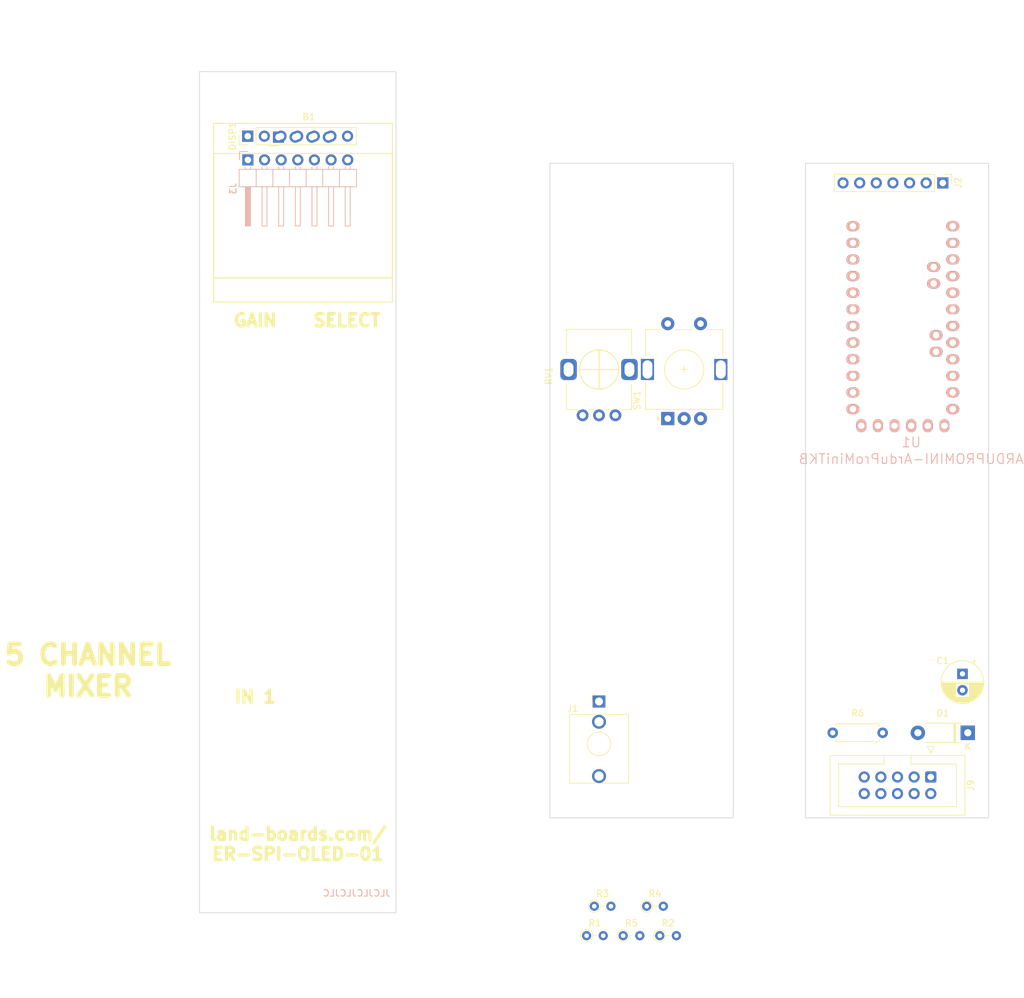
<source format=kicad_pcb>
(kicad_pcb (version 20211014) (generator pcbnew)
  (title_block (title "SYNTH-MIXER6-01") (date "2022-09-30") (rev "1") (company "LAND BOARDS, LLC"))
  (layers (0 "F.Cu" signal) (31 "B.Cu" signal) (34 "B.Paste" user) (35 "F.Paste" user) (36 "B.SilkS" user "B.Silkscreen") (37 "F.SilkS" user "F.Silkscreen") (38 "B.Mask" user) (39 "F.Mask" user) (44 "Edge.Cuts" user))
  (net 0 "")
  (net 1 "Net-(DISP1-Pad1)")
  (net 2 "Net-(DISP1-Pad2)")
  (net 3 "/SCK")
  (net 4 "/MOSI")
  (net 5 "/RST")
  (net 6 "/DC")
  (net 7 "/CS")
  (net 8 "GND")
  (net 9 "Net-(J1-PadT)")
  (net 10 "+5V")
  (net 11 "/D10")
  (net 12 "/D9")
  (net 13 "/D13")
  (net 14 "/D11")
  (net 15 "/D12")
  (net 16 "Net-(R1-Pad1)")
  (net 17 "/AN0")
  (net 18 "/AN1")
  (net 19 "Net-(R3-Pad1)")
  (net 20 "Net-(R4-Pad1)")
  (net 21 "Net-(R5-Pad1)")
  (net 40 "/ANA1")
  (net 41 "/ANA0")
  (net 44 "+12V")
  (net 45 "Net-(D1-Pad2)")
  (net 48 "Net-(J9-Pad9)")
  (footprint "Resistor_THT:R_Axial_DIN0207_L6.3mm_D2.5mm_P7.62mm_Horizontal" (layer "F.Cu") (at 104.31 101 180)
    (fp_text reference "R6" (at 3.81 3) (layer "F.SilkS"))
    (fp_text value "10")
    (fp_line (start 0.54 -1.37) (end 7.08 -1.37) (layer "F.SilkS") (width 0.12))
    (fp_line (start 0.54 1.04) (end 0.54 1.37) (layer "F.SilkS") (width 0.12))
    (fp_line (start 7.08 1.37) (end 7.08 1.04) (layer "F.SilkS") (width 0.12))
    (fp_line (start 0.54 -1.04) (end 0.54 -1.37) (layer "F.SilkS") (width 0.12))
    (fp_line (start 7.08 -1.37) (end 7.08 -1.04) (layer "F.SilkS") (width 0.12))
    (fp_line (start 0.54 1.37) (end 7.08 1.37) (layer "F.SilkS") (width 0.12))
    (pad "1" thru_hole circle (at 0 0 180) (size 1.6 1.6) (drill 0.8) (layers *.Cu *.Mask) (net 45 "Net-(D1-Pad2)"))
    (pad "2" thru_hole oval (at 7.62 0 180) (size 1.6 1.6) (drill 0.8) (layers *.Cu *.Mask) (net 48 "Net-(J9-Pad9)"))
  )
  (footprint "Diode_THT:D_DO-41_SOD81_P7.62mm_Horizontal" (layer "F.Cu") (at 117.31 101 180)
    (fp_text reference "D1" (at 3.81 3) (layer "F.SilkS"))
    (fp_text value "BAT41")
    (fp_text user "K" (at 0 -2.1) (layer "F.SilkS"))
    (fp_line (start 6.53 1.47) (end 6.53 1.34) (layer "F.SilkS") (width 0.12))
    (fp_line (start 1.09 -1.47) (end 6.53 -1.47) (layer "F.SilkS") (width 0.12))
    (fp_line (start 6.53 -1.47) (end 6.53 -1.34) (layer "F.SilkS") (width 0.12))
    (fp_line (start 1.99 -1.47) (end 1.99 1.47) (layer "F.SilkS") (width 0.12))
    (fp_line (start 2.11 -1.47) (end 2.11 1.47) (layer "F.SilkS") (width 0.12))
    (fp_line (start 1.87 -1.47) (end 1.87 1.47) (layer "F.SilkS") (width 0.12))
    (fp_line (start 1.09 1.47) (end 6.53 1.47) (layer "F.SilkS") (width 0.12))
    (fp_line (start 1.09 -1.34) (end 1.09 -1.47) (layer "F.SilkS") (width 0.12))
    (fp_line (start 1.09 1.34) (end 1.09 1.47) (layer "F.SilkS") (width 0.12))
    (pad "1" thru_hole rect (at 0 0 180) (size 2.2 2.2) (drill 1.1) (layers *.Cu *.Mask) (net 44 "+12V"))
    (pad "2" thru_hole oval (at 7.62 0 180) (size 2.2 2.2) (drill 1.1) (layers *.Cu *.Mask) (net 45 "Net-(D1-Pad2)"))
  )
  (footprint "Resistor_THT:R_Axial_DIN0204_L3.6mm_D1.6mm_P2.54mm_Vertical" (layer "F.Cu") (at 64.69 132)
    (fp_text reference "R5" (at 1.27 -1.92) (layer "F.SilkS"))
    (fp_text value "1K")
    (fp_line (start 0.92 0) (end 1.54 0) (layer "F.SilkS") (width 0.12))
    (fp_circle (center 0 0) (end 0.92 0) (layer "F.SilkS") (width 0.12) (fill none))
    (pad "1" thru_hole circle (at 0 0) (size 1.4 1.4) (drill 0.7) (layers *.Cu *.Mask) (net 21 "Net-(R5-Pad1)"))
    (pad "2" thru_hole oval (at 2.54 0) (size 1.4 1.4) (drill 0.7) (layers *.Cu *.Mask) (net 10 "+5V"))
  )
  (footprint "Resistor_THT:R_Axial_DIN0204_L3.6mm_D1.6mm_P2.54mm_Vertical" (layer "F.Cu") (at 59.1 132)
    (fp_text reference "R1" (at 1.27 -1.92) (layer "F.SilkS"))
    (fp_text value "1K")
    (fp_line (start 0.92 0) (end 1.54 0) (layer "F.SilkS") (width 0.12))
    (fp_circle (center 0 0) (end 0.92 0) (layer "F.SilkS") (width 0.12) (fill none))
    (pad "1" thru_hole circle (at 0 0) (size 1.4 1.4) (drill 0.7) (layers *.Cu *.Mask) (net 16 "Net-(R1-Pad1)"))
    (pad "2" thru_hole oval (at 2.54 0) (size 1.4 1.4) (drill 0.7) (layers *.Cu *.Mask) (net 17 "/AN0"))
  )
  (footprint "Resistor_THT:R_Axial_DIN0204_L3.6mm_D1.6mm_P2.54mm_Vertical" (layer "F.Cu") (at 60.28 127.5)
    (fp_text reference "R3" (at 1.27 -1.92) (layer "F.SilkS"))
    (fp_text value "1K")
    (fp_line (start 0.92 0) (end 1.54 0) (layer "F.SilkS") (width 0.12))
    (fp_circle (center 0 0) (end 0.92 0) (layer "F.SilkS") (width 0.12) (fill none))
    (pad "1" thru_hole circle (at 0 0) (size 1.4 1.4) (drill 0.7) (layers *.Cu *.Mask) (net 19 "Net-(R3-Pad1)"))
    (pad "2" thru_hole oval (at 2.54 0) (size 1.4 1.4) (drill 0.7) (layers *.Cu *.Mask) (net 10 "+5V"))
  )
  (footprint "Resistor_THT:R_Axial_DIN0204_L3.6mm_D1.6mm_P2.54mm_Vertical" (layer "F.Cu") (at 68.28 127.5)
    (fp_text reference "R4" (at 1.27 -1.92) (layer "F.SilkS"))
    (fp_text value "1K")
    (fp_line (start 0.92 0) (end 1.54 0) (layer "F.SilkS") (width 0.12))
    (fp_circle (center 0 0) (end 0.92 0) (layer "F.SilkS") (width 0.12) (fill none))
    (pad "1" thru_hole circle (at 0 0) (size 1.4 1.4) (drill 0.7) (layers *.Cu *.Mask) (net 20 "Net-(R4-Pad1)"))
    (pad "2" thru_hole oval (at 2.54 0) (size 1.4 1.4) (drill 0.7) (layers *.Cu *.Mask) (net 10 "+5V"))
  )
  (footprint "Connector_IDC:IDC-Header_2x05_P2.54mm_Vertical" (layer "F.Cu") (at 111.658 107.7562 -90)
    (fp_text reference "J9" (at 1.27 -6.1 90) (layer "F.SilkS"))
    (fp_text value "Conn_02x05_Odd_Even")
    (fp_line (start -1.98 14.07) (end -1.98 7.13) (layer "F.SilkS") (width 0.12))
    (fp_line (start 4.52 14.07) (end -1.98 14.07) (layer "F.SilkS") (width 0.12))
    (fp_line (start 4.52 -3.91) (end 4.52 14.07) (layer "F.SilkS") (width 0.12))
    (fp_line (start -3.29 -5.21) (end 5.83 -5.21) (layer "F.SilkS") (width 0.12))
    (fp_line (start 5.83 -5.21) (end 5.83 15.37) (layer "F.SilkS") (width 0.12))
    (fp_line (start 5.83 15.37) (end -3.29 15.37) (layer "F.SilkS") (width 0.12))
    (fp_line (start -1.98 3.03) (end -1.98 -3.91) (layer "F.SilkS") (width 0.12))
    (fp_line (start -3.29 3.03) (end -1.98 3.03) (layer "F.SilkS") (width 0.12))
    (fp_line (start -4.68 0.5) (end -3.68 0) (layer "F.SilkS") (width 0.12))
    (fp_line (start -3.29 15.37) (end -3.29 -5.21) (layer "F.SilkS") (width 0.12))
    (fp_line (start -4.68 -0.5) (end -4.68 0.5) (layer "F.SilkS") (width 0.12))
    (fp_line (start -3.68 0) (end -4.68 -0.5) (layer "F.SilkS") (width 0.12))
    (fp_line (start -1.98 7.13) (end -1.98 7.13) (layer "F.SilkS") (width 0.12))
    (fp_line (start -1.98 -3.91) (end 4.52 -3.91) (layer "F.SilkS") (width 0.12))
    (fp_line (start -1.98 7.13) (end -3.29 7.13) (layer "F.SilkS") (width 0.12))
    (pad "1" thru_hole roundrect (at 0 0 270) (size 1.7 1.7) (drill 1) (layers *.Cu *.Mask) (roundrect_rratio 0.147059))
    (pad "2" thru_hole circle (at 2.54 0 270) (size 1.7 1.7) (drill 1) (layers *.Cu *.Mask))
    (pad "3" thru_hole circle (at 0 2.54 270) (size 1.7 1.7) (drill 1) (layers *.Cu *.Mask) (net 8 "GND"))
    (pad "4" thru_hole circle (at 2.54 2.54 270) (size 1.7 1.7) (drill 1) (layers *.Cu *.Mask) (net 8 "GND"))
    (pad "5" thru_hole circle (at 0 5.08 270) (size 1.7 1.7) (drill 1) (layers *.Cu *.Mask) (net 8 "GND"))
    (pad "6" thru_hole circle (at 2.54 5.08 270) (size 1.7 1.7) (drill 1) (layers *.Cu *.Mask) (net 8 "GND"))
    (pad "7" thru_hole circle (at 0 7.62 270) (size 1.7 1.7) (drill 1) (layers *.Cu *.Mask) (net 8 "GND"))
    (pad "8" thru_hole circle (at 2.54 7.62 270) (size 1.7 1.7) (drill 1) (layers *.Cu *.Mask) (net 8 "GND"))
    (pad "9" thru_hole circle (at 0 10.16 270) (size 1.7 1.7) (drill 1) (layers *.Cu *.Mask) (net 48 "Net-(J9-Pad9)"))
    (pad "10" thru_hole circle (at 2.54 10.16 270) (size 1.7 1.7) (drill 1) (layers *.Cu *.Mask))
  )
  (footprint "Resistor_THT:R_Axial_DIN0204_L3.6mm_D1.6mm_P2.54mm_Vertical" (layer "F.Cu") (at 70.28 132)
    (fp_text reference "R2" (at 1.27 -1.92) (layer "F.SilkS"))
    (fp_text value "1K")
    (fp_line (start 0.92 0) (end 1.54 0) (layer "F.SilkS") (width 0.12))
    (fp_circle (center 0 0) (end 0.92 0) (layer "F.SilkS") (width 0.12) (fill none))
    (pad "1" thru_hole circle (at 0 0) (size 1.4 1.4) (drill 0.7) (layers *.Cu *.Mask) (net 9 "Net-(J1-PadT)"))
    (pad "2" thru_hole oval (at 2.54 0) (size 1.4 1.4) (drill 0.7) (layers *.Cu *.Mask) (net 18 "/AN1"))
  )
  (footprint "Connector_PinHeader_2.54mm:PinHeader_1x07_P2.54mm_Vertical" (layer "F.Cu") (at 7.361 9.8552 90)
    (fp_text reference "DISP1" (at 0 -2.33 90) (layer "F.SilkS"))
    (fp_text value "SPI_OLED_128X64")
    (fp_line (start -1.33 -1.33) (end 0 -1.33) (layer "F.SilkS") (width 0.12))
    (fp_line (start -1.33 1.27) (end 1.33 1.27) (layer "F.SilkS") (width 0.12))
    (fp_line (start -1.33 1.27) (end -1.33 16.57) (layer "F.SilkS") (width 0.12))
    (fp_line (start -1.33 16.57) (end 1.33 16.57) (layer "F.SilkS") (width 0.12))
    (fp_line (start 1.33 1.27) (end 1.33 16.57) (layer "F.SilkS") (width 0.12))
    (fp_line (start -1.33 0) (end -1.33 -1.33) (layer "F.SilkS") (width 0.12))
    (pad "1" thru_hole rect (at 0 0 90) (size 1.7 1.7) (drill 1) (layers *.Cu *.Mask) (net 1 "Net-(DISP1-Pad1)"))
    (pad "2" thru_hole oval (at 0 2.54 90) (size 1.7 1.7) (drill 1) (layers *.Cu *.Mask) (net 2 "Net-(DISP1-Pad2)"))
    (pad "3" thru_hole oval (at 0 5.08 90) (size 1.7 1.7) (drill 1) (layers *.Cu *.Mask) (net 3 "/SCK"))
    (pad "4" thru_hole oval (at 0 7.62 90) (size 1.7 1.7) (drill 1) (layers *.Cu *.Mask) (net 4 "/MOSI"))
    (pad "5" thru_hole oval (at 0 10.16 90) (size 1.7 1.7) (drill 1) (layers *.Cu *.Mask) (net 5 "/RST"))
    (pad "6" thru_hole oval (at 0 12.7 90) (size 1.7 1.7) (drill 1) (layers *.Cu *.Mask) (net 6 "/DC"))
    (pad "7" thru_hole oval (at 0 15.24 90) (size 1.7 1.7) (drill 1) (layers *.Cu *.Mask) (net 7 "/CS"))
  )
  (footprint "LandBoards_Conns:RV09ACF" (layer "F.Cu") (at 61 45.5 90)
    (fp_text reference "RV1" (at -0.95 -7.65 90) (layer "F.SilkS"))
    (fp_text value "100K")
    (fp_line (start 0 -3) (end 0 3) (layer "F.SilkS") (width 0.15))
    (fp_line (start -6.12 3.37) (end -6.12 4.97) (layer "F.SilkS") (width 0.12))
    (fp_line (start 2.255 -4.97) (end 6.12 -4.97) (layer "F.SilkS") (width 0.12))
    (fp_line (start -3 0) (end 3 0) (layer "F.SilkS") (width 0.15))
    (fp_line (start -6.12 4.97) (end -2.255 4.97) (layer "F.SilkS") (width 0.12))
    (fp_line (start -6.12 0.871) (end -6.12 1.63) (layer "F.SilkS") (width 0.12))
    (fp_line (start -6.12 -1.629) (end -6.12 -0.87) (layer "F.SilkS") (width 0.12))
    (fp_line (start -6.12 -4.97) (end -2.255 -4.97) (layer "F.SilkS") (width 0.12))
    (fp_line (start 6.12 -4.97) (end 6.12 4.97) (layer "F.SilkS") (width 0.12))
    (fp_line (start 2.255 4.97) (end 6.12 4.97) (layer "F.SilkS") (width 0.12))
    (fp_line (start -6.12 -4.97) (end -6.12 -3.371) (layer "F.SilkS") (width 0.12))
    (fp_circle (center 0 0) (end 3 0) (layer "F.SilkS") (width 0.15) (fill none))
    (pad "" np_thru_hole roundrect (at 0 -4.65 90) (size 3.2 2.5) (drill oval 2.2 1.5) (layers F&B.Cu *.Mask))
    (pad "" np_thru_hole roundrect (at 0 4.65 90) (size 3.2 2.5) (drill oval 2.2 1.5) (layers F&B.Cu *.Mask) (roundrect_rratio 0.2314814815))
    (pad "1" thru_hole circle (at -7 2.5 90) (size 1.8 1.8) (drill 1) (layers *.Cu *.Mask))
    (pad "2" thru_hole circle (at -7 0 90) (size 1.8 1.8) (drill 1) (layers *.Cu *.Mask) (net 16 "Net-(R1-Pad1)"))
    (pad "3" thru_hole circle (at -7 -2.5 90) (size 1.8 1.8) (drill 1) (layers *.Cu *.Mask))
  )
  (footprint "Connector_PinHeader_2.54mm:PinHeader_1x07_P2.54mm_Vertical" (layer "F.Cu") (at 113.5 17 -90)
    (fp_text reference "J2" (at 0 -2.33 -90) (layer "F.SilkS"))
    (fp_text value "Conn_01x07")
    (fp_line (start -1.33 1.27) (end 1.33 1.27) (layer "F.SilkS") (width 0.12))
    (fp_line (start -1.33 1.27) (end -1.33 16.57) (layer "F.SilkS") (width 0.12))
    (fp_line (start -1.33 16.57) (end 1.33 16.57) (layer "F.SilkS") (width 0.12))
    (fp_line (start -1.33 -1.33) (end 0 -1.33) (layer "F.SilkS") (width 0.12))
    (fp_line (start -1.33 0) (end -1.33 -1.33) (layer "F.SilkS") (width 0.12))
    (fp_line (start 1.33 1.27) (end 1.33 16.57) (layer "F.SilkS") (width 0.12))
    (pad "1" thru_hole rect (at 0 0 270) (size 1.7 1.7) (drill 1) (layers *.Cu *.Mask) (net 15 "/D12"))
    (pad "2" thru_hole oval (at 0 2.54 270) (size 1.7 1.7) (drill 1) (layers *.Cu *.Mask) (net 14 "/D11"))
    (pad "3" thru_hole oval (at 0 5.08 270) (size 1.7 1.7) (drill 1) (layers *.Cu *.Mask) (net 13 "/D13"))
    (pad "4" thru_hole oval (at 0 7.62 270) (size 1.7 1.7) (drill 1) (layers *.Cu *.Mask) (net 12 "/D9"))
    (pad "5" thru_hole oval (at 0 10.16 270) (size 1.7 1.7) (drill 1) (layers *.Cu *.Mask) (net 11 "/D10"))
    (pad "6" thru_hole oval (at 0 12.7 270) (size 1.7 1.7) (drill 1) (layers *.Cu *.Mask) (net 10 "+5V"))
    (pad "7" thru_hole oval (at 0 15.24 270) (size 1.7 1.7) (drill 1) (layers *.Cu *.Mask) (net 8 "GND"))
  )
  (footprint "Capacitor_THT:CP_Radial_D6.3mm_P2.50mm" (layer "F.Cu") (at 116.5 92 -90)
    (fp_text reference "C1" (at -2.02 3 180) (layer "F.SilkS"))
    (fp_text value "10uF")
    (fp_line (start 3.011 -2.716) (end 3.011 -1.04) (layer "F.SilkS") (width 0.12))
    (fp_line (start 3.491 -2.343) (end 3.491 -1.04) (layer "F.SilkS") (width 0.12))
    (fp_line (start 4.011 -1.714) (end 4.011 1.714) (layer "F.SilkS") (width 0.12))
    (fp_line (start 2.931 1.04) (end 2.931 2.766) (layer "F.SilkS") (width 0.12))
    (fp_line (start 1.81 -3.182) (end 1.81 -1.04) (layer "F.SilkS") (width 0.12))
    (fp_line (start 4.251 -1.262) (end 4.251 1.262) (layer "F.SilkS") (width 0.12))
    (fp_line (start 1.69 -3.201) (end 1.69 -1.04) (layer "F.SilkS") (width 0.12))
    (fp_line (start 2.531 1.04) (end 2.531 2.97) (layer "F.SilkS") (width 0.12))
    (fp_line (start 2.651 -2.916) (end 2.651 -1.04) (layer "F.SilkS") (width 0.12))
    (fp_line (start 3.291 1.04) (end 3.291 2.516) (layer "F.SilkS") (width 0.12))
    (fp_line (start -2.250241 -1.839) (end -1.620241 -1.839) (layer "F.SilkS") (width 0.12))
    (fp_line (start 1.25 -3.23) (end 1.25 3.23) (layer "F.SilkS") (width 0.12))
    (fp_line (start 1.69 1.04) (end 1.69 3.201) (layer "F.SilkS") (width 0.12))
    (fp_line (start -1.935241 -2.154) (end -1.935241 -1.524) (layer "F.SilkS") (width 0.12))
    (fp_line (start 1.45 -3.224) (end 1.45 3.224) (layer "F.SilkS") (width 0.12))
    (fp_line (start 4.131 -1.509) (end 4.131 1.509) (layer "F.SilkS") (width 0.12))
    (fp_line (start 2.331 1.04) (end 2.331 3.047) (layer "F.SilkS") (width 0.12))
    (fp_line (start 4.291 -1.165) (end 4.291 1.165) (layer "F.SilkS") (width 0.12))
    (fp_line (start 3.531 -2.305) (end 3.531 -1.04) (layer "F.SilkS") (width 0.12))
    (fp_line (start 4.051 -1.65) (end 4.051 1.65) (layer "F.SilkS") (width 0.12))
    (fp_line (start 1.33 -3.23) (end 1.33 3.23) (layer "F.SilkS") (width 0.12))
    (fp_line (start 3.651 -2.182) (end 3.651 2.182) (layer "F.SilkS") (width 0.12))
    (fp_line (start 1.81 1.04) (end 1.81 3.182) (layer "F.SilkS") (width 0.12))
    (fp_line (start 3.771 -2.044) (end 3.771 2.044) (layer "F.SilkS") (width 0.12))
    (fp_line (start 4.371 -0.94) (end 4.371 0.94) (layer "F.SilkS") (width 0.12))
    (fp_line (start 3.571 -2.265) (end 3.571 2.265) (layer "F.SilkS") (width 0.12))
    (fp_line (start 3.051 1.04) (end 3.051 2.69) (layer "F.SilkS") (width 0.12))
    (fp_line (start 3.171 1.04) (end 3.171 2.607) (layer "F.SilkS") (width 0.12))
    (fp_line (start 1.37 -3.228) (end 1.37 3.228) (layer "F.SilkS") (width 0.12))
    (fp_line (start 4.211 -1.35) (end 4.211 1.35) (layer "F.SilkS") (width 0.12))
    (fp_line (start 1.53 -3.218) (end 1.53 -1.04) (layer "F.SilkS") (width 0.12))
    (fp_line (start 3.691 -2.137) (end 3.691 2.137) (layer "F.SilkS") (width 0.12))
    (fp_line (start 1.85 -3.175) (end 1.85 -1.04) (layer "F.SilkS") (width 0.12))
    (fp_line (start 2.611 1.04) (end 2.611 2.934) (layer "F.SilkS") (width 0.12))
    (fp_line (start 2.051 1.04) (end 2.051 3.131) (layer "F.SilkS") (width 0.12))
    (fp_line (start 3.291 -2.516) (end 3.291 -1.04) (layer "F.SilkS") (width 0.12))
    (fp_line (start 2.691 1.04) (end 2.691 2.896) (layer "F.SilkS") (width 0.12))
    (fp_line (start 2.091 -3.121) (end 2.091 -1.04) (layer "F.SilkS") (width 0.12))
    (fp_line (start 2.811 -2.834) (end 2.811 -1.04) (layer "F.SilkS") (width 0.12))
    (fp_line (start 2.371 1.04) (end 2.371 3.033) (layer "F.SilkS") (width 0.12))
    (fp_line (start 2.611 -2.934) (end 2.611 -1.04) (layer "F.SilkS") (width 0.12))
    (fp_line (start 3.451 -2.38) (end 3.451 -1.04) (layer "F.SilkS") (width 0.12))
    (fp_line (start 3.851 -1.944) (end 3.851 1.944) (layer "F.SilkS") (width 0.12))
    (fp_line (start 2.291 1.04) (end 2.291 3.061) (layer "F.SilkS") (width 0.12))
    (fp_line (start 3.011 1.04) (end 3.011 2.716) (layer "F.SilkS") (width 0.12))
    (fp_line (start 3.411 1.04) (end 3.411 2.416) (layer "F.SilkS") (width 0.12))
    (fp_line (start 4.331 -1.059) (end 4.331 1.059) (layer "F.SilkS") (width 0.12))
    (fp_line (start 2.211 1.04) (end 2.211 3.086) (layer "F.SilkS") (width 0.12))
    (fp_line (start 1.93 -3.159) (end 1.93 -1.04) (layer "F.SilkS") (width 0.12))
    (fp_line (start 2.931 -2.766) (end 2.931 -1.04) (layer "F.SilkS") (width 0.12))
    (fp_line (start 2.251 1.04) (end 2.251 3.074) (layer "F.SilkS") (width 0.12))
    (fp_line (start 2.851 -2.812) (end 2.851 -1.04) (layer "F.SilkS") (width 0.12))
    (fp_line (start 2.131 -3.11) (end 2.131 -1.04) (layer "F.SilkS") (width 0.12))
    (fp_line (start 3.331 1.04) (end 3.331 2.484) (layer "F.SilkS") (width 0.12))
    (fp_line (start 1.971 -3.15) (end 1.971 -1.04) (layer "F.SilkS") (width 0.12))
    (fp_line (start 1.41 -3.227) (end 1.41 3.227) (layer "F.SilkS") (width 0.12))
    (fp_line (start 2.131 1.04) (end 2.131 3.11) (layer "F.SilkS") (width 0.12))
    (fp_line (start 4.171 -1.432) (end 4.171 1.432) (layer "F.SilkS") (width 0.12))
    (fp_line (start 1.49 1.04) (end 1.49 3.222) (layer "F.SilkS") (width 0.12))
    (fp_line (start 2.891 -2.79) (end 2.891 -1.04) (layer "F.SilkS") (width 0.12))
    (fp_line (start 2.371 -3.033) (end 2.371 -1.04) (layer "F.SilkS") (width 0.12))
    (fp_line (start 3.251 -2.548) (end 3.251 -1.04) (layer "F.SilkS") (width 0.12))
    (fp_line (start 1.61 -3.211) (end 1.61 -1.04) (layer "F.SilkS") (width 0.12))
    (fp_line (start 1.53 1.04) (end 1.53 3.218) (layer "F.SilkS") (width 0.12))
    (fp_line (start 1.85 1.04) (end 1.85 3.175) (layer "F.SilkS") (width 0.12))
    (fp_line (start 2.011 -3.141) (end 2.011 -1.04) (layer "F.SilkS") (width 0.12))
    (fp_line (start 3.091 1.04) (end 3.091 2.664) (layer "F.SilkS") (width 0.12))
    (fp_line (start 2.171 1.04) (end 2.171 3.098) (layer "F.SilkS") (width 0.12))
    (fp_line (start 2.251 -3.074) (end 2.251 -1.04) (layer "F.SilkS") (width 0.12))
    (fp_line (start 1.89 -3.167) (end 1.89 -1.04) (layer "F.SilkS") (width 0.12))
    (fp_line (start 1.57 -3.215) (end 1.57 -1.04) (layer "F.SilkS") (width 0.12))
    (fp_line (start 2.491 -2.986) (end 2.491 -1.04) (layer "F.SilkS") (width 0.12))
    (fp_line (start 3.411 -2.416) (end 3.411 -1.04) (layer "F.SilkS") (width 0.12))
    (fp_line (start 1.65 -3.206) (end 1.65 -1.04) (layer "F.SilkS") (width 0.12))
    (fp_line (start 2.411 1.04) (end 2.411 3.018) (layer "F.SilkS") (width 0.12))
    (fp_line (start 2.811 1.04) (end 2.811 2.834) (layer "F.SilkS") (width 0.12))
    (fp_line (start 2.171 -3.098) (end 2.171 -1.04) (layer "F.SilkS") (width 0.12))
    (fp_line (start 3.331 -2.484) (end 3.331 -1.04) (layer "F.SilkS") (width 0.12))
    (fp_line (start 2.091 1.04) (end 2.091 3.121) (layer "F.SilkS") (width 0.12))
    (fp_line (start 1.65 1.04) (end 1.65 3.206) (layer "F.SilkS") (width 0.12))
    (fp_line (start 2.971 -2.742) (end 2.971 -1.04) (layer "F.SilkS") (width 0.12))
    (fp_line (start 2.331 -3.047) (end 2.331 -1.04) (layer "F.SilkS") (width 0.12))
    (fp_line (start 3.891 -1.89) (end 3.891 1.89) (layer "F.SilkS") (width 0.12))
    (fp_line (start 2.411 -3.018) (end 2.411 -1.04) (layer "F.SilkS") (width 0.12))
    (fp_line (start 2.851 1.04) (end 2.851 2.812) (layer "F.SilkS") (width 0.12))
    (fp_line (start 2.691 -2.896) (end 2.691 -1.04) (layer "F.SilkS") (width 0.12))
    (fp_line (start 2.451 1.04) (end 2.451 3.002) (layer "F.SilkS") (width 0.12))
    (fp_line (start 1.93 1.04) (end 1.93 3.159) (layer "F.SilkS") (width 0.12))
    (fp_line (start 4.491 -0.402) (end 4.491 0.402) (layer "F.SilkS") (width 0.12))
    (fp_line (start 3.531 1.04) (end 3.531 2.305) (layer "F.SilkS") (width 0.12))
    (fp_line (start 3.131 -2.636) (end 3.131 -1.04) (layer "F.SilkS") (width 0.12))
    (fp_line (start 4.451 -0.633) (end 4.451 0.633) (layer "F.SilkS") (width 0.12))
    (fp_line (start 2.891 1.04) (end 2.891 2.79) (layer "F.SilkS") (width 0.12))
    (fp_line (start 2.971 1.04) (end 2.971 2.742) (layer "F.SilkS") (width 0.12))
    (fp_line (start 2.571 1.04) (end 2.571 2.952) (layer "F.SilkS") (width 0.12))
    (fp_line (start 1.971 1.04) (end 1.971 3.15) (layer "F.SilkS") (width 0.12))
    (fp_line (start 2.531 -2.97) (end 2.531 -1.04) (layer "F.SilkS") (width 0.12))
    (fp_line (start 1.73 1.04) (end 1.73 3.195) (layer "F.SilkS") (width 0.12))
    (fp_line (start 3.371 -2.45) (end 3.371 -1.04) (layer "F.SilkS") (width 0.12))
    (fp_line (start 2.731 1.04) (end 2.731 2.876) (layer "F.SilkS") (width 0.12))
    (fp_line (start 2.291 -3.061) (end 2.291 -1.04) (layer "F.SilkS") (width 0.12))
    (fp_line (start 3.451 1.04) (end 3.451 2.38) (layer "F.SilkS") (width 0.12))
    (fp_line (start 2.731 -2.876) (end 2.731 -1.04) (layer "F.SilkS") (width 0.12))
    (fp_line (start 1.77 1.04) (end 1.77 3.189) (layer "F.SilkS") (width 0.12))
    (fp_line (start 3.371 1.04) (end 3.371 2.45) (layer "F.SilkS") (width 0.12))
    (fp_line (start 4.411 -0.802) (end 4.411 0.802) (layer "F.SilkS") (width 0.12))
    (fp_line (start 1.57 1.04) (end 1.57 3.215) (layer "F.SilkS") (width 0.12))
    (fp_line (start 1.29 -3.23) (end 1.29 3.23) (layer "F.SilkS") (width 0.12))
    (fp_line (start 2.451 -3.002) (end 2.451 -1.04) (layer "F.SilkS") (width 0.12))
    (fp_line (start 3.491 1.04) (end 3.491 2.343) (layer "F.SilkS") (width 0.12))
    (fp_line (start 2.051 -3.131) (end 2.051 -1.04) (layer "F.SilkS") (width 0.12))
    (fp_line (start 1.49 -3.222) (end 1.49 -1.04) (layer "F.SilkS") (width 0.12))
    (fp_line (start 3.051 -2.69) (end 3.051 -1.04) (layer "F.SilkS") (width 0.12))
    (fp_line (start 3.251 1.04) (end 3.251 2.548) (layer "F.SilkS") (width 0.12))
    (fp_line (start 3.211 1.04) (end 3.211 2.578) (layer "F.SilkS") (width 0.12))
    (fp_line (start 3.211 -2.578) (end 3.211 -1.04) (layer "F.SilkS") (width 0.12))
    (fp_line (start 2.771 -2.856) (end 2.771 -1.04) (layer "F.SilkS") (width 0.12))
    (fp_line (start 3.811 -1.995) (end 3.811 1.995) (layer "F.SilkS") (width 0.12))
    (fp_line (start 2.011 1.04) (end 2.011 3.141) (layer "F.SilkS") (width 0.12))
    (fp_line (start 1.89 1.04) (end 1.89 3.167) (layer "F.SilkS") (width 0.12))
    (fp_line (start 2.211 -3.086) (end 2.211 -1.04) (layer "F.SilkS") (width 0.12))
    (fp_line (start 2.771 1.04) (end 2.771 2.856) (layer "F.SilkS") (width 0.12))
    (fp_line (start 3.931 -1.834) (end 3.931 1.834) (layer "F.SilkS") (width 0.12))
    (fp_line (start 4.091 -1.581) (end 4.091 1.581) (layer "F.SilkS") (width 0.12))
    (fp_line (start 2.571 -2.952) (end 2.571 -1.04) (layer "F.SilkS") (width 0.12))
    (fp_line (start 3.171 -2.607) (end 3.171 -1.04) (layer "F.SilkS") (width 0.12))
    (fp_line (start 3.611 -2.224) (end 3.611 2.224) (layer "F.SilkS") (width 0.12))
    (fp_line (start 1.61 1.04) (end 1.61 3.211) (layer "F.SilkS") (width 0.12))
    (fp_line (start 2.651 1.04) (end 2.651 2.916) (layer "F.SilkS") (width 0.12))
    (fp_line (start 1.73 -3.195) (end 1.73 -1.04) (layer "F.SilkS") (width 0.12))
    (fp_line (start 3.091 -2.664) (end 3.091 -1.04) (layer "F.SilkS") (width 0.12))
    (fp_line (start 3.131 1.04) (end 3.131 2.636) (layer "F.SilkS") (width 0.12))
    (fp_line (start 1.77 -3.189) (end 1.77 -1.04) (layer "F.SilkS") (width 0.12))
    (fp_line (start 3.971 -1.776) (end 3.971 1.776) (layer "F.SilkS") (width 0.12))
    (fp_line (start 3.731 -2.092) (end 3.731 2.092) (layer "F.SilkS") (width 0.12))
    (fp_line (start 2.491 1.04) (end 2.491 2.986) (layer "F.SilkS") (width 0.12))
    (fp_circle (center 1.25 0) (end 4.52 0) (layer "F.SilkS") (width 0.12) (fill none))
    (pad "1" thru_hole rect (at 0 0 270) (size 1.6 1.6) (drill 0.8) (layers *.Cu *.Mask) (net 44 "+12V"))
    (pad "2" thru_hole circle (at 2.5 0 270) (size 1.6 1.6) (drill 0.8) (layers *.Cu *.Mask) (net 8 "GND"))
  )
  (footprint "Rotary_Encoder:RotaryEncoder_Alps_EC11E-Switch_Vertical_H20mm" (layer "F.Cu") (at 71.5 53 90)
    (fp_text reference "SW1" (at 2.8 -4.7 90) (layer "F.SilkS"))
    (fp_text value "RotaryEncoder_Switch")
    (fp_line (start 13.6 6) (end 13.6 8.4) (layer "F.SilkS") (width 0.12))
    (fp_line (start 13.6 8.4) (end 9.5 8.4) (layer "F.SilkS") (width 0.12))
    (fp_line (start -0.3 -1.6) (end 0.3 -1.6) (layer "F.SilkS") (width 0.12))
    (fp_line (start 0.3 -1.6) (end 0 -1.3) (layer "F.SilkS") (width 0.12))
    (fp_line (start 5.5 8.4) (end 1.4 8.4) (layer "F.SilkS") (width 0.12))
    (fp_line (start 1.4 -3.4) (end 1.4 8.4) (layer "F.SilkS") (width 0.12))
    (fp_line (start 9.5 -3.4) (end 13.6 -3.4) (layer "F.SilkS") (width 0.12))
    (fp_line (start 13.6 1.2) (end 13.6 3.8) (layer "F.SilkS") (width 0.12))
    (fp_line (start 0 -1.3) (end -0.3 -1.6) (layer "F.SilkS") (width 0.12))
    (fp_line (start 7 2.5) (end 8 2.5) (layer "F.SilkS") (width 0.12))
    (fp_line (start 13.6 -3.4) (end 13.6 -1) (layer "F.SilkS") (width 0.12))
    (fp_line (start 5.5 -3.4) (end 1.4 -3.4) (layer "F.SilkS") (width 0.12))
    (fp_line (start 7.5 2) (end 7.5 3) (layer "F.SilkS") (width 0.12))
    (fp_circle (center 7.5 2.5) (end 10.5 2.5) (layer "F.SilkS") (width 0.12) (fill none))
    (pad "A" thru_hole rect (at 0 0 90) (size 2 2) (drill 1) (layers *.Cu *.Mask) (net 20 "Net-(R4-Pad1)"))
    (pad "B" thru_hole circle (at 0 5 90) (size 2 2) (drill 1) (layers *.Cu *.Mask) (net 21 "Net-(R5-Pad1)"))
    (pad "C" thru_hole circle (at 0 2.5 90) (size 2 2) (drill 1) (layers *.Cu *.Mask))
    (pad "MP" thru_hole rect (at 7.5 -3.1 90) (size 3.2 2) (drill oval 2.8 1.5) (layers *.Cu *.Mask))
    (pad "MP" thru_hole rect (at 7.5 8.1 90) (size 3.2 2) (drill oval 2.8 1.5) (layers *.Cu *.Mask))
    (pad "S1" thru_hole circle (at 14.5 5 90) (size 2 2) (drill 1) (layers *.Cu *.Mask) (net 19 "Net-(R3-Pad1)"))
    (pad "S2" thru_hole circle (at 14.5 0 90) (size 2 2) (drill 1) (layers *.Cu *.Mask) (net 8 "GND"))
  )
  (footprint "LandBoards_BoardOutlines:OLED-128X64" (layer "F.Cu") (at 12 18)
    (fp_text reference "B1" (at 4.7 -11.1) (layer "F.SilkS"))
    (fp_text value "COUPON")
    (fp_line (start -1.27 -6.67) (end -1.27 -8) (layer "F.SilkS") (width 0.12))
    (fp_line (start 0.06 -6.67) (end -1.27 -6.67) (layer "F.SilkS") (width 0.12))
    (fp_rect (start -9.85 -5.5) (end 17.45 13.5) (layer "F.SilkS") (width 0.15) (fill none))
    (fp_rect (start -9.85 -10.1) (end 17.45 17.2) (layer "F.SilkS") (width 0.15) (fill none))
    (pad "1" thru_hole rect (at 0.06 -8 90) (size 1.7 1.7) (drill 1) (layers *.Cu *.Mask))
    (pad "2" thru_hole oval (at 2.6 -8 90) (size 1.7 1.7) (drill 1) (layers *.Cu *.Mask))
    (pad "3" thru_hole oval (at 5.14 -8 90) (size 1.7 1.7) (drill 1) (layers *.Cu *.Mask))
    (pad "4" thru_hole oval (at 7.68 -8 90) (size 1.7 1.7) (drill 1) (layers *.Cu *.Mask))
  )
  (footprint "Connector_Audio:Jack_3.5mm_QingPu_WQP-PJ398SM_Vertical_CircularHoles" (layer "F.Cu") (at 61 96.22)
    (fp_text reference "J1" (at -4.03 1.08 180) (layer "F.SilkS"))
    (fp_text value "JACK, 3.5MM, PJ398")
    (fp_line (start 4.5 1.98) (end 4.5 12.48) (layer "F.SilkS") (width 0.12))
    (fp_line (start -0.5 12.48) (end -4.5 12.48) (layer "F.SilkS") (width 0.12))
    (fp_line (start -1.06 -1) (end -0.2 -1) (layer "F.SilkS") (width 0.12))
    (fp_line (start 4.5 1.98) (end 0.35 1.98) (layer "F.SilkS") (width 0.12))
    (fp_line (start -4.5 1.98) (end -4.5 12.48) (layer "F.SilkS") (width 0.12))
    (fp_line (start -1.06 -1) (end -1.06 -0.2) (layer "F.SilkS") (width 0.12))
    (fp_line (start -0.35 1.98) (end -4.5 1.98) (layer "F.SilkS") (width 0.12))
    (fp_line (start 4.5 12.48) (end 0.5 12.48) (layer "F.SilkS") (width 0.12))
    (fp_circle (center 0 6.48) (end 1.8 6.48) (layer "F.SilkS") (width 0.12) (fill none))
    (pad "S" thru_hole rect (at 0 0 180) (size 1.93 1.83) (drill 1.22) (layers *.Cu *.Mask) (net 8 "GND"))
    (pad "T" thru_hole circle (at 0 11.4 180) (size 2.13 2.13) (drill 1.43) (layers *.Cu *.Mask) (net 9 "Net-(J1-PadT)"))
    (pad "TN" thru_hole circle (at 0 3.1 180) (size 2.13 2.13) (drill 1.42) (layers *.Cu *.Mask))
  )
  (footprint "LandBoards_BoardOutlines:ArduProMini" (layer "B.Cu") (at 97.235 57.901)
    (fp_text reference "U1" (at 11.43 -1.27) (layer "B.SilkS") (effects (font (size 1.5 1.5)) (justify mirror)))
    (fp_text value "ARDUPROMINI-ArduProMiniTKB" (at 11.43 1.27) (layer "B.SilkS") (effects (font (size 1.5 1.5)) (justify mirror)))
    (pad "1" thru_hole oval locked (at 3.81 -3.81) (size 1.524 2) (drill 1) (layers *.Cu *.Mask "B.SilkS"))
    (pad "2" thru_hole oval locked (at 6.35 -3.81) (size 1.524 2) (drill 1) (layers *.Cu *.Mask "B.SilkS"))
    (pad "3" thru_hole oval locked (at 8.89 -3.81) (size 1.524 2) (drill 1) (layers *.Cu *.Mask "B.SilkS"))
    (pad "4" thru_hole oval locked (at 11.43 -3.81) (size 1.524 2) (drill 1) (layers *.Cu *.Mask "B.SilkS"))
    (pad "5" thru_hole oval locked (at 13.97 -3.81) (size 1.524 2) (drill 1) (layers *.Cu *.Mask "B.SilkS"))
    (pad "6" thru_hole oval locked (at 16.51 -3.81) (size 1.524 2) (drill 1) (layers *.Cu *.Mask "B.SilkS"))
    (pad "7" thru_hole oval locked (at 2.54 -6.35) (size 2 1.524) (drill 1) (layers *.Cu *.Mask "B.SilkS"))
    (pad "8" thru_hole oval locked (at 2.54 -8.89) (size 2 1.524) (drill 1) (layers *.Cu *.Mask "B.SilkS"))
    (pad "9" thru_hole oval locked (at 2.54 -11.43) (size 2 1.524) (drill 1) (layers *.Cu *.Mask "B.SilkS"))
    (pad "10" thru_hole oval locked (at 2.54 -13.97) (size 2 1.524) (drill 1) (layers *.Cu *.Mask "B.SilkS") (net 8 "GND"))
    (pad "11" thru_hole oval locked (at 2.54 -16.51) (size 2 1.524) (drill 1) (layers *.Cu *.Mask "B.SilkS") (net 20 "Net-(R4-Pad1)"))
    (pad "12" thru_hole oval locked (at 2.54 -19.05) (size 2 1.524) (drill 1) (layers *.Cu *.Mask "B.SilkS"))
    (pad "13" thru_hole oval locked (at 2.54 -21.59) (size 2 1.524) (drill 1) (layers *.Cu *.Mask "B.SilkS") (net 21 "Net-(R5-Pad1)"))
    (pad "14" thru_hole oval locked (at 2.54 -24.13) (size 2 1.524) (drill 1) (layers *.Cu *.Mask "B.SilkS") (net 19 "Net-(R3-Pad1)"))
    (pad "15" thru_hole oval locked (at 2.54 -26.67) (size 2 1.524) (drill 1) (layers *.Cu *.Mask "B.SilkS"))
    (pad "16" thru_hole oval locked (at 2.54 -29.21) (size 2 1.524) (drill 1) (layers *.Cu *.Mask "B.SilkS"))
    (pad "17" thru_hole oval locked (at 2.54 -31.75) (size 2 1.524) (drill 1) (layers *.Cu *.Mask "B.SilkS"))
    (pad "18" thru_hole oval locked (at 2.54 -34.29) (size 2 1.524) (drill 1) (layers *.Cu *.Mask "B.SilkS") (net 12 "/D9"))
    (pad "19" thru_hole oval locked (at 17.78 -6.35) (size 2 1.524) (drill 1) (layers *.Cu *.Mask "B.SilkS"))
    (pad "20" thru_hole oval locked (at 17.78 -8.89) (size 2 1.524) (drill 1) (layers *.Cu *.Mask "B.SilkS") (net 8 "GND"))
    (pad "21" thru_hole oval locked (at 17.78 -11.43) (size 2 1.524) (drill 1) (layers *.Cu *.Mask "B.SilkS"))
    (pad "22" thru_hole oval locked (at 17.78 -13.97) (size 2 1.524) (drill 1) (layers *.Cu *.Mask "B.SilkS") (net 10 "+5V"))
    (pad "23" thru_hole oval locked (at 17.78 -16.51) (size 2 1.524) (drill 1) (layers *.Cu *.Mask "B.SilkS"))
    (pad "24" thru_hole oval locked (at 17.78 -19.05) (size 2 1.524) (drill 1) (layers *.Cu *.Mask "B.SilkS"))
    (pad "25" thru_hole oval locked (at 17.78 -21.59) (size 2 1.524) (drill 1) (layers *.Cu *.Mask "B.SilkS") (net 40 "/ANA1"))
    (pad "26" thru_hole oval locked (at 17.78 -24.13) (size 2 1.524) (drill 1) (layers *.Cu *.Mask "B.SilkS") (net 41 "/ANA0"))
    (pad "27" thru_hole oval locked (at 17.78 -26.67) (size 2 1.524) (drill 1) (layers *.Cu *.Mask "B.SilkS") (net 13 "/D13"))
    (pad "28" thru_hole oval locked (at 17.78 -29.21) (size 2 1.524) (drill 1) (layers *.Cu *.Mask "B.SilkS") (net 15 "/D12"))
    (pad "29" thru_hole oval locked (at 17.78 -31.75) (size 2 1.524) (drill 1) (layers *.Cu *.Mask "B.SilkS") (net 14 "/D11"))
    (pad "30" thru_hole oval locked (at 17.78 -34.29) (size 2 1.524) (drill 1) (layers *.Cu *.Mask "B.SilkS") (net 11 "/D10"))
    (pad "31" thru_hole oval locked (at 15.24 -15.113) (size 2 1.524) (drill 1) (layers *.Cu *.Mask "B.SilkS"))
    (pad "32" thru_hole oval locked (at 15.24 -17.653) (size 2 1.524) (drill 1) (layers *.Cu *.Mask "B.SilkS"))
    (pad "34" thru_hole oval locked (at 14.859 -25.527) (size 2 1.524) (drill 1) (layers *.Cu *.Mask "B.SilkS"))
    (pad "35" thru_hole oval locked (at 14.859 -28.067) (size 2 1.524) (drill 1) (layers *.Cu *.Mask "B.SilkS"))
  )
  (footprint "Connector_PinHeader_2.54mm:PinHeader_1x07_P2.54mm_Horizontal" (layer "B.Cu") (at 7.3864 13.4812 -90)
    (fp_text reference "J3" (at 4.385 2.27 90) (layer "B.SilkS") (effects (justify mirror)))
    (fp_text value "Conn_01x07")
    (fp_line (start 4.1 0.32) (end 10.1 0.32) (layer "B.SilkS") (width 0.12))
    (fp_line (start 4.1 -4.7) (end 10.1 -4.7) (layer "B.SilkS") (width 0.12))
    (fp_line (start 1.042929 -7.24) (end 1.44 -7.24) (layer "B.SilkS") (width 0.12))
    (fp_line (start 10.1 -12.32) (end 10.1 -13.08) (layer "B.SilkS") (width 0.12))
    (fp_line (start 4.1 -9.78) (end 10.1 -9.78) (layer "B.SilkS") (width 0.12))
    (fp_line (start 1.042929 -4.7) (end 1.44 -4.7) (layer "B.SilkS") (width 0.12))
    (fp_line (start 10.1 -13.08) (end 4.1 -13.08) (layer "B.SilkS") (width 0.12))
    (fp_line (start 10.1 -4.7) (end 10.1 -5.46) (layer "B.SilkS") (width 0.12))
    (fp_line (start 10.1 -2.16) (end 10.1 -2.92) (layer "B.SilkS") (width 0.12))
    (fp_line (start 1.44 -6.35) (end 4.1 -6.35) (layer "B.SilkS") (width 0.12))
    (fp_line (start 4.1 -12.32) (end 10.1 -12.32) (layer "B.SilkS") (width 0.12))
    (fp_line (start 10.1 -7.24) (end 10.1 -8) (layer "B.SilkS") (width 0.12))
    (fp_line (start 1.042929 -12.32) (end 1.44 -12.32) (layer "B.SilkS") (width 0.12))
    (fp_line (start 1.042929 -2.16) (end 1.44 -2.16) (layer "B.SilkS") (width 0.12))
    (fp_line (start 10.1 -5.46) (end 4.1 -5.46) (layer "B.SilkS") (width 0.12))
    (fp_line (start 4.1 -0.28) (end 10.1 -0.28) (layer "B.SilkS") (width 0.12))
    (fp_line (start -1.27 1.27) (end 0 1.27) (layer "B.SilkS") (width 0.12))
    (fp_line (start 10.1 0.38) (end 10.1 -0.38) (layer "B.SilkS") (width 0.12))
    (fp_line (start 1.042929 -15.62) (end 1.44 -15.62) (layer "B.SilkS") (width 0.12))
    (fp_line (start 1.11 0.38) (end 1.44 0.38) (layer "B.SilkS") (width 0.12))
    (fp_line (start 4.1 1.33) (end 1.44 1.33) (layer "B.SilkS") (width 0.12))
    (fp_line (start 1.042929 -9.78) (end 1.44 -9.78) (layer "B.SilkS") (width 0.12))
    (fp_line (start 4.1 0.2) (end 10.1 0.2) (layer "B.SilkS") (width 0.12))
    (fp_line (start 1.042929 -8) (end 1.44 -8) (layer "B.SilkS") (width 0.12))
    (fp_line (start 10.1 -14.86) (end 10.1 -15.62) (layer "B.SilkS") (width 0.12))
    (fp_line (start 1.44 -1.27) (end 4.1 -1.27) (layer "B.SilkS") (width 0.12))
    (fp_line (start 1.042929 -5.46) (end 1.44 -5.46) (layer "B.SilkS") (width 0.12))
    (fp_line (start 10.1 -9.78) (end 10.1 -10.54) (layer "B.SilkS") (width 0.12))
    (fp_line (start 1.44 1.33) (end 1.44 -16.57) (layer "B.SilkS") (width 0.12))
    (fp_line (start 1.042929 -2.92) (end 1.44 -2.92) (layer "B.SilkS") (width 0.12))
    (fp_line (start 4.1 -16.57) (end 4.1 1.33) (layer "B.SilkS") (width 0.12))
    (fp_line (start 1.042929 -14.86) (end 1.44 -14.86) (layer "B.SilkS") (width 0.12))
    (fp_line (start 1.44 -13.97) (end 4.1 -13.97) (layer "B.SilkS") (width 0.12))
    (fp_line (start 1.44 -8.89) (end 4.1 -8.89) (layer "B.SilkS") (width 0.12))
    (fp_line (start 1.11 -0.38) (end 1.44 -0.38) (layer "B.SilkS") (width 0.12))
    (fp_line (start 4.1 -0.04) (end 10.1 -0.04) (layer "B.SilkS") (width 0.12))
    (fp_line (start 4.1 -0.16) (end 10.1 -0.16) (layer "B.SilkS") (width 0.12))
    (fp_line (start 4.1 -14.86) (end 10.1 -14.86) (layer "B.SilkS") (width 0.12))
    (fp_line (start 10.1 -0.38) (end 4.1 -0.38) (layer "B.SilkS") (width 0.12))
    (fp_line (start 10.1 -8) (end 4.1 -8) (layer "B.SilkS") (width 0.12))
    (fp_line (start 4.1 -2.16) (end 10.1 -2.16) (layer "B.SilkS") (width 0.12))
    (fp_line (start 4.1 0.08) (end 10.1 0.08) (layer "B.SilkS") (width 0.12))
    (fp_line (start 10.1 -15.62) (end 4.1 -15.62) (layer "B.SilkS") (width 0.12))
    (fp_line (start 4.1 0.38) (end 10.1 0.38) (layer "B.SilkS") (width 0.12))
    (fp_line (start 1.042929 -13.08) (end 1.44 -13.08) (layer "B.SilkS") (width 0.12))
    (fp_line (start 1.042929 -10.54) (end 1.44 -10.54) (layer "B.SilkS") (width 0.12))
    (fp_line (start 10.1 -10.54) (end 4.1 -10.54) (layer "B.SilkS") (width 0.12))
    (fp_line (start 4.1 -7.24) (end 10.1 -7.24) (layer "B.SilkS") (width 0.12))
    (fp_line (start 1.44 -11.43) (end 4.1 -11.43) (layer "B.SilkS") (width 0.12))
    (fp_line (start -1.27 0) (end -1.27 1.27) (layer "B.SilkS") (width 0.12))
    (fp_line (start 1.44 -16.57) (end 4.1 -16.57) (layer "B.SilkS") (width 0.12))
    (fp_line (start 1.44 -3.81) (end 4.1 -3.81) (layer "B.SilkS") (width 0.12))
    (fp_line (start 10.1 -2.92) (end 4.1 -2.92) (layer "B.SilkS") (width 0.12))
    (pad "1" thru_hole rect (at 0 0 270) (size 1.7 1.7) (drill 1) (layers *.Cu *.Mask) (net 1 "Net-(DISP1-Pad1)"))
    (pad "2" thru_hole oval (at 0 -2.54 270) (size 1.7 1.7) (drill 1) (layers *.Cu *.Mask) (net 2 "Net-(DISP1-Pad2)"))
    (pad "3" thru_hole oval (at 0 -5.08 270) (size 1.7 1.7) (drill 1) (layers *.Cu *.Mask) (net 3 "/SCK"))
    (pad "4" thru_hole oval (at 0 -7.62 270) (size 1.7 1.7) (drill 1) (layers *.Cu *.Mask) (net 4 "/MOSI"))
    (pad "5" thru_hole oval (at 0 -10.16 270) (size 1.7 1.7) (drill 1) (layers *.Cu *.Mask) (net 5 "/RST"))
    (pad "6" thru_hole oval (at 0 -12.7 270) (size 1.7 1.7) (drill 1) (layers *.Cu *.Mask) (net 6 "/DC"))
    (pad "7" thru_hole oval (at 0 -15.24 270) (size 1.7 1.7) (drill 1) (layers *.Cu *.Mask) (net 7 "/CS"))
  )
  (gr_rect (start 92.5 14) (end 120.5 114) (layer "Edge.Cuts") (width 0.1) (fill none))
  (gr_rect (start 53.5 14) (end 81.5 114) (layer "Edge.Cuts") (width 0.1) (fill none))
  (gr_rect (start 0 0) (end 30 128.5) (layer "Edge.Cuts") (width 0.1) (fill none))
  (gr_text "JLCJLCJLCJLC" (at 24.000004 125.5) (layer "B.SilkS") (effects (font (size 1 1)) (justify mirror)))
  (gr_text "5 CHANNEL\nMIXER" (at -17 91.5) (layer "F.SilkS") (effects (font (size 3 3) (thickness 0.75))))
  (gr_text "SELECT" (at 22.5 38) (layer "F.SilkS") (effects (font (size 1.905 1.905) (thickness 0.47625))))
  (gr_text "land-boards.com/\nER-SPI-OLED-01" (at 15 118) (layer "F.SilkS") (effects (font (size 1.905 1.905) (thickness 0.47625))))
  (gr_text "IN 1" (at 8.5 95.5) (layer "F.SilkS") (effects (font (size 1.905 1.905) (thickness 0.47625))))
  (gr_text "GAIN" (at 8.5 38) (layer "F.SilkS") (effects (font (size 1.905 1.905) (thickness 0.47625))))
)
</source>
